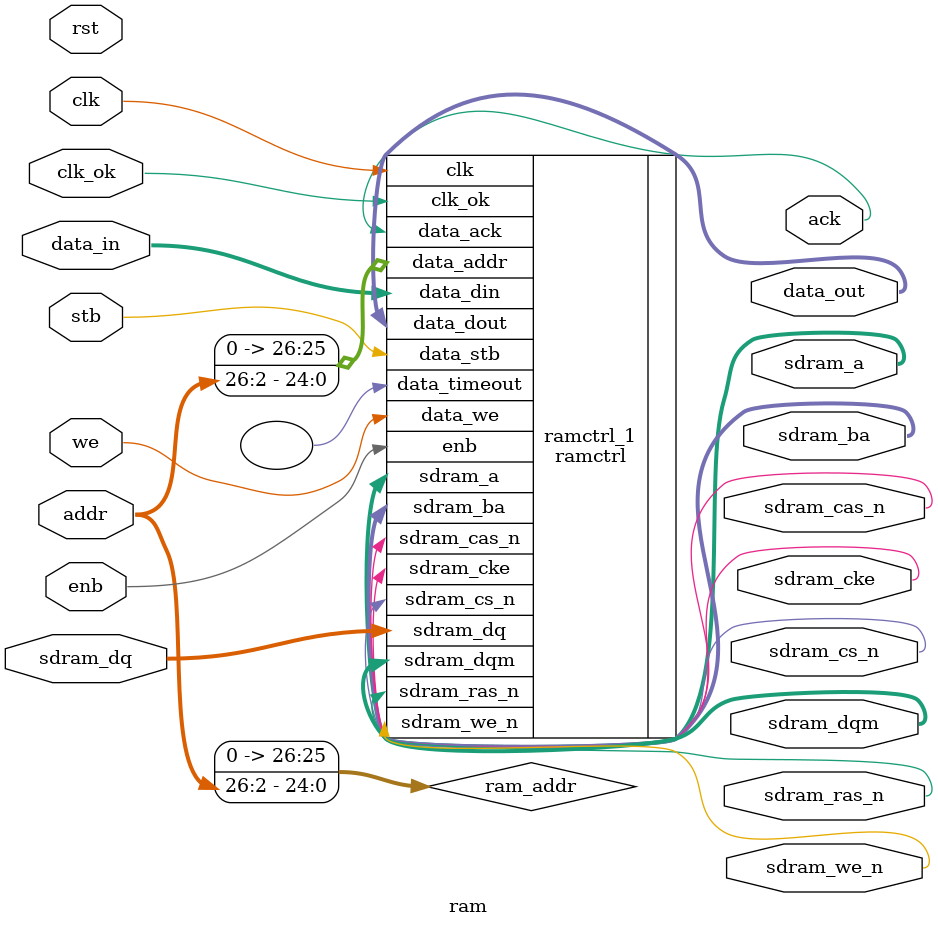
<source format=v>


`timescale 1ns/10ps
`default_nettype none


module ram(clk_ok, clk, rst, enb,
                stb, we, addr,
                data_in, data_out, ack,
                sdram_cke, sdram_cs_n,
                sdram_ras_n, sdram_cas_n, sdram_we_n,
                sdram_ba, sdram_a, sdram_dqm, sdram_dq);
      // internal interface signals
      input clk_ok;
      input clk;
      input enb;
      input rst;
      input stb;
      input we;
      input [26:2] addr;
      input [31:0] data_in;
      output [31:0] data_out;
      output ack;
      // external interface signals
      output sdram_cke;
      output sdram_cs_n;
      output sdram_ras_n;
      output sdram_cas_n;
      output sdram_we_n;
      output [1:0] sdram_ba;
      output [12:0] sdram_a;
      output [3:0] sdram_dqm;
      inout [31:0] sdram_dq;

   wire [26:0] ram_addr;

   assign ram_addr[26:0] = { 2'b00, addr[26:2] };

   ramctrl ramctrl_1(
      .clk_ok(clk_ok),
      .clk(clk),
      .enb(enb),
      .data_stb(stb),
      .data_we(we),
      .data_addr(ram_addr[26:0]),
      .data_din(data_in[31:0]),
      .data_dout(data_out[31:0]),
      .data_ack(ack),
      .data_timeout(),  // ignored, bus timeout is recognized in CPU
      .sdram_cke(sdram_cke),
      .sdram_cs_n(sdram_cs_n),
      .sdram_ras_n(sdram_ras_n),
      .sdram_cas_n(sdram_cas_n),
      .sdram_we_n(sdram_we_n),
      .sdram_ba(sdram_ba[1:0]),
      .sdram_a(sdram_a[12:0]),
      .sdram_dqm(sdram_dqm[3:0]),
      .sdram_dq(sdram_dq[31:0])
   );

endmodule
</source>
